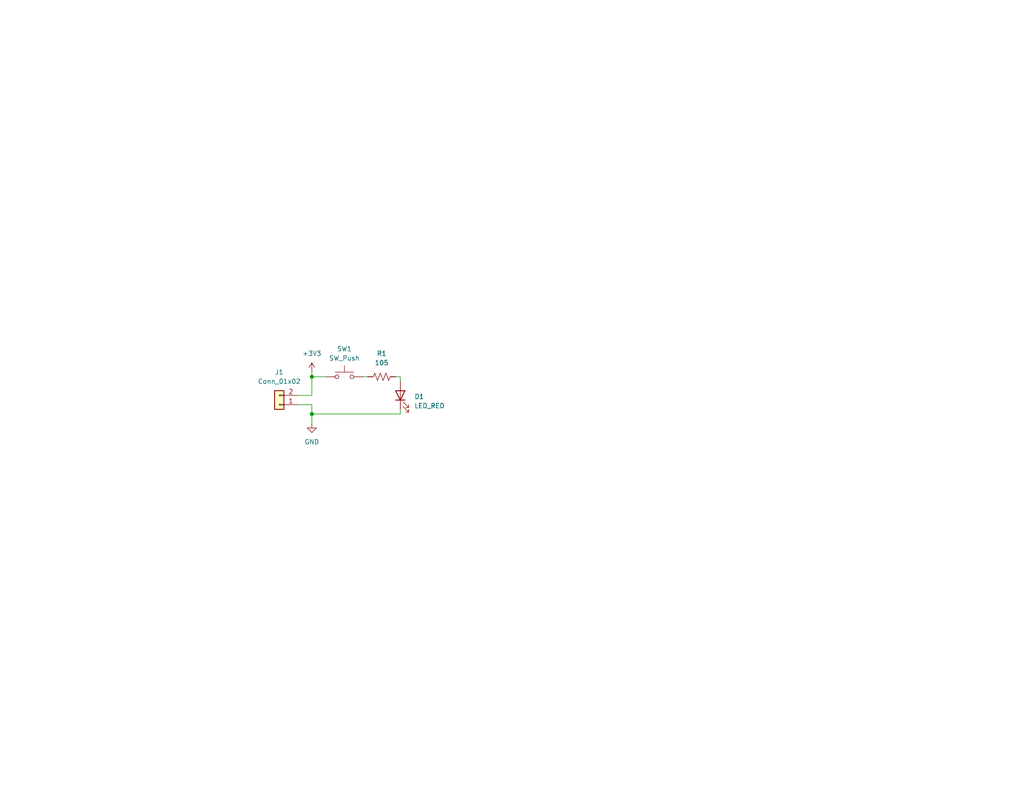
<source format=kicad_sch>
(kicad_sch (version 20230121) (generator eeschema)
  (paper "USLetter")
  (title_block (title "LED Blinker") (date "2023-09-07") (rev "1.0") (company "Illini Solar Car") (comment 1 "Designed By: Yubo Wu"))
  (lib_symbols
    (symbol "Connector_Generic:Conn_01x02" (pin_names (offset 1.016) hide)
      (property "Reference" "J" (at 0 2.54 0))
      (property "Value" "Conn_01x02" (at 0 -5.08 0))
      (symbol "Conn_01x02_1_1"
        (rectangle (start -1.27 -2.413) (end 0 -2.667) (stroke (width 0.1524)))
        (rectangle (start -1.27 0.127) (end 0 -0.127) (stroke (width 0.1524)))
        (rectangle (start -1.27 1.27) (end 1.27 -3.81) (stroke (width 0.254)) (fill (type background)))
        (pin passive line (at -5.08 0 0) (length 3.81) (name "Pin_1") (number "1"))
        (pin passive line (at -5.08 -2.54 0) (length 3.81) (name "Pin_2") (number "2"))
      )
    )
    (symbol "Device:LED" (pin_numbers hide) (pin_names (offset 1.016) hide)
      (property "Reference" "D" (at 0 2.54 0))
      (property "Value" "LED" (at 0 -2.54 0))
      (symbol "LED_0_1"
        (polyline (pts (xy -1.27 -1.27) (xy -1.27 1.27)) (stroke (width 0.254)))
        (polyline (pts (xy -1.27 0) (xy 1.27 0)))
        (polyline (pts (xy 1.27 -1.27) (xy 1.27 1.27) (xy -1.27 0) (xy 1.27 -1.27)) (stroke (width 0.254)))
        (polyline (pts (xy -3.048 -0.762) (xy -4.572 -2.286) (xy -3.81 -2.286) (xy -4.572 -2.286) (xy -4.572 -1.524)))
        (polyline (pts (xy -1.778 -0.762) (xy -3.302 -2.286) (xy -2.54 -2.286) (xy -3.302 -2.286) (xy -3.302 -1.524)))
      )
      (symbol "LED_1_1"
        (pin passive line (at -3.81 0 0) (length 2.54) (name "K") (number "1"))
        (pin passive line (at 3.81 0 180) (length 2.54) (name "A") (number "2"))
      )
    )
    (symbol "Switch:SW_Push" (pin_numbers hide) (pin_names (offset 1.016) hide)
      (property "Reference" "SW" (at 1.27 2.54 0))
      (property "Value" "SW_Push" (at 0 -1.524 0))
      (symbol "SW_Push_0_1"
        (circle (center -2.032 0) (radius 0.508))
        (polyline (pts (xy 0 1.27) (xy 0 3.048)))
        (polyline (pts (xy 2.54 1.27) (xy -2.54 1.27)))
        (circle (center 2.032 0) (radius 0.508))
        (pin passive line (at -5.08 0 0) (length 2.54) (name "1") (number "1"))
        (pin passive line (at 5.08 0 180) (length 2.54) (name "2") (number "2"))
      )
    )
    (symbol "device:R_US" (pin_numbers hide) (pin_names (offset 0))
      (property "Reference" "R" (at 2.54 0 90))
      (property "Value" "R_US" (at -2.54 0 90))
      (symbol "R_US_0_1"
        (polyline (pts (xy 0 -2.286) (xy 0 -2.54)))
        (polyline (pts (xy 0 2.286) (xy 0 2.54)))
        (polyline (pts (xy 0 -0.762) (xy 1.016 -1.143) (xy 0 -1.524) (xy -1.016 -1.905) (xy 0 -2.286)))
        (polyline (pts (xy 0 0.762) (xy 1.016 0.381) (xy 0 0) (xy -1.016 -0.381) (xy 0 -0.762)))
        (polyline (pts (xy 0 2.286) (xy 1.016 1.905) (xy 0 1.524) (xy -1.016 1.143) (xy 0 0.762)))
      )
      (symbol "R_US_1_1"
        (pin passive line (at 0 3.81 270) (length 1.27) (name "~") (number "1"))
        (pin passive line (at 0 -3.81 90) (length 1.27) (name "~") (number "2"))
      )
    )
    (symbol "power:+3V3" (power) (pin_names (offset 0))
      (property "Value" "+3V3" (at 0 3.556 0))
      (symbol "+3V3_0_1"
        (polyline (pts (xy -0.762 1.27) (xy 0 2.54)))
        (polyline (pts (xy 0 0) (xy 0 2.54)))
        (polyline (pts (xy 0 2.54) (xy 0.762 1.27)))
      )
      (symbol "+3V3_1_1"
        (pin power_in line (at 0 0 90) (length 0) hide (name "+3V3") (number "1"))
      )
    )
    (symbol "power:GND" (power) (pin_names (offset 0))
      (property "Value" "GND" (at 0 -3.81 0))
      (symbol "GND_0_1"
        (polyline (pts (xy 0 0) (xy 0 -1.27) (xy 1.27 -1.27) (xy 0 -2.54) (xy -1.27 -1.27) (xy 0 -1.27)))
      )
      (symbol "GND_1_1"
        (pin power_in line (at 0 0 270) (length 0) hide (name "GND") (number "1"))
      )
    )
  )
  (junction (at 85.09 102.87))
  (junction (at 85.09 113.03))
  (wire (pts (xy 88.9 102.87) (xy 85.09 102.87)))
  (wire (pts (xy 85.09 110.49) (xy 85.09 113.03)))
  (wire (pts (xy 85.09 102.87) (xy 85.09 107.95)))
  (wire (pts (xy 81.28 107.95) (xy 85.09 107.95)))
  (wire (pts (xy 107.95 102.87) (xy 109.22 102.87)))
  (wire (pts (xy 81.28 110.49) (xy 85.09 110.49)))
  (wire (pts (xy 109.22 104.14) (xy 109.22 102.87)))
  (wire (pts (xy 109.22 111.76) (xy 109.22 113.03)))
  (wire (pts (xy 109.22 113.03) (xy 85.09 113.03)))
  (wire (pts (xy 85.09 101.6) (xy 85.09 102.87)))
  (wire (pts (xy 99.06 102.87) (xy 100.33 102.87)))
  (wire (pts (xy 85.09 113.03) (xy 85.09 115.57)))
  (symbol (lib_id "power:+3V3") (at 85.09 101.6 0) (unit 1)
    (property "Reference" "#PWR01" (effects hide))
    (property "Value" "+3V3" (at 85.09 96.52 0))
  )
  (symbol (lib_id "Connector_Generic:Conn_01x02") (at 76.2 110.49 180) (unit 1)
    (property "Reference" "J1" (at 76.2 101.6 0))
    (property "Value" "Conn_01x02" (at 76.2 104.14 0))
    (property "Footprint" "Connector_Molex:Molex_KK-254_AE-6410-02A_1x02_P2.54mm_Vertical" (effects hide))
  )
  (symbol (lib_id "device:R_US") (at 104.14 102.87 90) (unit 1)
    (property "Reference" "R1" (at 104.14 96.52 90))
    (property "Value" "105" (at 104.14 99.06 90))
    (property "Footprint" "Resistor_SMD:R_0603_1608Metric_Pad0.98x0.95mm_HandSolder" (effects hide))
  )
  (symbol (lib_id "Switch:SW_Push") (at 93.98 102.87 0) (unit 1)
    (property "Reference" "SW1" (at 93.98 95.25 0))
    (property "Value" "SW_Push" (at 93.98 97.79 0))
    (property "Footprint" "Button_Switch_SMD:SW_DIP_SPSTx01_Slide_6.7x4.1mm_W8.61mm_P2.54mm_LowProfile" (effects hide))
  )
  (symbol (lib_id "Device:LED") (at 109.22 107.95 90) (unit 1)
    (property "Reference" "D1" (at 113.03 108.2675 90) (effects (justify right)))
    (property "Value" "LED_RED" (at 113.03 110.8075 90) (effects (justify right)))
    (property "Footprint" "layout:LED_0603_Symbol_on_F.SilkS" (effects hide))
  )
  (symbol (lib_id "power:GND") (at 85.09 115.57 0) (unit 1)
    (property "Reference" "#PWR02" (effects hide))
    (property "Value" "GND" (at 85.09 120.65 0))
  )
)
</source>
